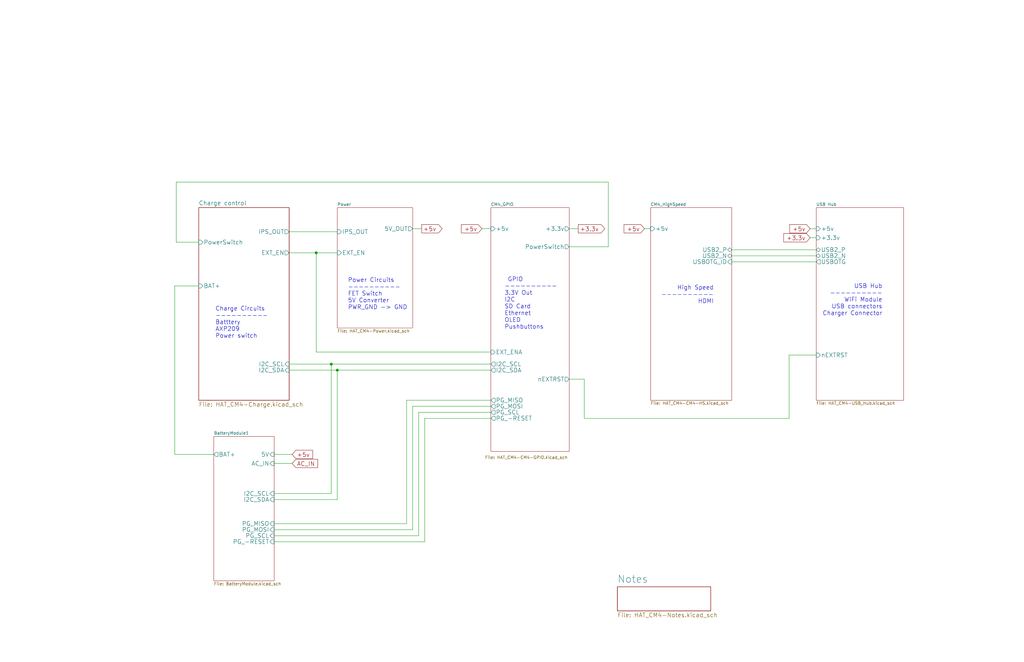
<source format=kicad_sch>
(kicad_sch (version 20210406) (generator eeschema)
  (paper "B")
  (title_block (title "ConnectBox HAT using RPi CM4") (date "2021-07-22") (rev "1.3") (comment 1 "JRA"))
  (lib_symbols)
  (junction (at 133.35 106.68) (diameter 1.016))
  (junction (at 139.7 153.67) (diameter 1.016))
  (junction (at 142.24 156.21) (diameter 1.016))
  (wire (pts (xy 73.66 120.65) (xy 83.82 120.65)))
  (wire (pts (xy 73.66 191.77) (xy 73.66 120.65)))
  (wire (pts (xy 74.295 76.835) (xy 256.54 76.835)))
  (wire (pts (xy 74.295 102.235) (xy 74.295 76.835)))
  (wire (pts (xy 83.82 102.235) (xy 74.295 102.235)))
  (wire (pts (xy 90.17 191.77) (xy 73.66 191.77)))
  (wire (pts (xy 115.57 191.77) (xy 123.19 191.77)))
  (wire (pts (xy 115.57 195.58) (xy 123.19 195.58)))
  (wire (pts (xy 115.57 223.52) (xy 173.99 223.52)))
  (wire (pts (xy 115.57 228.6) (xy 179.07 228.6)))
  (wire (pts (xy 121.92 97.79) (xy 142.24 97.79)))
  (wire (pts (xy 121.92 106.68) (xy 133.35 106.68)))
  (wire (pts (xy 121.92 153.67) (xy 139.7 153.67)))
  (wire (pts (xy 121.92 156.21) (xy 142.24 156.21)))
  (wire (pts (xy 133.35 106.68) (xy 133.35 148.59)))
  (wire (pts (xy 133.35 106.68) (xy 142.24 106.68)))
  (wire (pts (xy 139.7 153.67) (xy 139.7 208.28)))
  (wire (pts (xy 139.7 153.67) (xy 207.01 153.67)))
  (wire (pts (xy 139.7 208.28) (xy 115.57 208.28)))
  (wire (pts (xy 142.24 156.21) (xy 142.24 210.82)))
  (wire (pts (xy 142.24 156.21) (xy 207.01 156.21)))
  (wire (pts (xy 142.24 210.82) (xy 115.57 210.82)))
  (wire (pts (xy 171.45 168.91) (xy 171.45 220.98)))
  (wire (pts (xy 171.45 220.98) (xy 115.57 220.98)))
  (wire (pts (xy 173.99 96.52) (xy 177.8 96.52)))
  (wire (pts (xy 173.99 171.45) (xy 207.01 171.45)))
  (wire (pts (xy 173.99 223.52) (xy 173.99 171.45)))
  (wire (pts (xy 176.53 173.99) (xy 176.53 226.06)))
  (wire (pts (xy 176.53 226.06) (xy 115.57 226.06)))
  (wire (pts (xy 179.07 176.53) (xy 207.01 176.53)))
  (wire (pts (xy 179.07 228.6) (xy 179.07 176.53)))
  (wire (pts (xy 203.2 96.52) (xy 207.01 96.52)))
  (wire (pts (xy 207.01 148.59) (xy 133.35 148.59)))
  (wire (pts (xy 207.01 168.91) (xy 171.45 168.91)))
  (wire (pts (xy 207.01 173.99) (xy 176.53 173.99)))
  (wire (pts (xy 240.03 96.52) (xy 243.84 96.52)))
  (wire (pts (xy 240.03 160.02) (xy 246.38 160.02)))
  (wire (pts (xy 246.38 160.02) (xy 246.38 176.53)))
  (wire (pts (xy 246.38 176.53) (xy 332.74 176.53)))
  (wire (pts (xy 256.54 76.835) (xy 256.54 104.14)))
  (wire (pts (xy 256.54 104.14) (xy 240.03 104.14)))
  (wire (pts (xy 271.78 96.52) (xy 274.32 96.52)))
  (wire (pts (xy 308.61 105.41) (xy 344.17 105.41)))
  (wire (pts (xy 308.61 107.95) (xy 344.17 107.95)))
  (wire (pts (xy 308.61 110.49) (xy 344.17 110.49)))
  (wire (pts (xy 332.74 149.86) (xy 344.17 149.86)))
  (wire (pts (xy 332.74 176.53) (xy 332.74 149.86)))
  (wire (pts (xy 341.63 96.52) (xy 344.17 96.52)))
  (wire (pts (xy 341.63 100.33) (xy 344.17 100.33)))
  (text "Charge Circuits\n----------\nBatttery\nAXP209\nPower switch" (at 90.805 142.875 0) (effects (font (size 1.778 1.778)) (justify left bottom)))
  (text "Power Circuits\n----------\nFET Switch\n5V Converter\nPWR_GND -> GND\n" (at 146.685 130.81 0) (effects (font (size 1.778 1.778)) (justify left bottom)))
  (text " GPIO\n----------\n3.3V Out\nI2C\nSD Card\nEthernet\nOLED\nPushbuttons\n" (at 212.725 139.065 0) (effects (font (size 1.778 1.778)) (justify left bottom)))
  (text "High Speed\n----------\nHDMI\n" (at 300.99 128.27 180) (effects (font (size 1.778 1.778)) (justify right bottom)))
  (text "USB Hub\n----------\nWiFi Module\nUSB connectors\nCharger Connector\n" (at 372.11 133.35 0) (effects (font (size 1.778 1.778)) (justify right bottom)))
  (global_label "+5v" (shape input) (at 123.19 191.77 0) (effects (font (size 1.778 1.778))) (property "Intersheet References" "${INTERSHEET_REFS}" (effects hide)))
  (global_label "AC_IN" (shape input) (at 123.19 195.58 0) (effects (font (size 1.778 1.778))) (property "Intersheet References" "${INTERSHEET_REFS}" (effects hide)))
  (global_label "+5v" (shape output) (at 177.8 96.52 0) (effects (font (size 1.778 1.778))) (property "Intersheet References" "${INTERSHEET_REFS}" (effects hide)))
  (global_label "+5v" (shape input) (at 203.2 96.52 180) (effects (font (size 1.778 1.778))) (property "Intersheet References" "${INTERSHEET_REFS}" (effects hide)))
  (global_label "+3.3v" (shape output) (at 243.84 96.52 0) (effects (font (size 1.778 1.778))) (property "Intersheet References" "${INTERSHEET_REFS}" (effects hide)))
  (global_label "+5v" (shape input) (at 271.78 96.52 180) (effects (font (size 1.778 1.778))) (property "Intersheet References" "${INTERSHEET_REFS}" (effects hide)))
  (global_label "+5v" (shape input) (at 341.63 96.52 180) (effects (font (size 1.778 1.778))) (property "Intersheet References" "${INTERSHEET_REFS}" (effects hide)))
  (global_label "+3.3v" (shape input) (at 341.63 100.33 180) (effects (font (size 1.778 1.778))) (property "Intersheet References" "${INTERSHEET_REFS}" (effects hide)))
  (sheet (at 90.17 184.15) (size 25.4 60.96) (stroke (width 0.0006))
    (property "Sheet name" "BatteryModule1" (at 90.17 183.5143 0) (effects (justify left bottom)))
    (property "Sheet file" "BatteryModule.kicad_sch" (at 90.17 245.6187 0) (effects (justify left top)))
    (pin "PG_MOSI" input (at 115.57 223.52 0) (effects (font (size 1.778 1.778))))
    (pin "5V" input (at 115.57 191.77 0) (effects (font (size 1.778 1.778))))
    (pin "BAT+" output (at 90.17 191.77 180) (effects (font (size 1.778 1.778))))
    (pin "PG_MISO" input (at 115.57 220.98 0) (effects (font (size 1.778 1.778))))
    (pin "I2C_SDA" input (at 115.57 210.82 0) (effects (font (size 1.778 1.778))))
    (pin "I2C_SCL" input (at 115.57 208.28 0) (effects (font (size 1.778 1.778))))
    (pin "PG_SCL" input (at 115.57 226.06 0) (effects (font (size 1.778 1.778))))
    (pin "PG_-RESET" input (at 115.57 228.6 0) (effects (font (size 1.778 1.778))))
    (pin "AC_IN" input (at 115.57 195.58 0) (effects (font (size 1.778 1.778))))
  )
  (sheet (at 207.01 87.63) (size 33.02 102.87) (stroke (width 0.0006))
    (property "Sheet name" "CM4_GPIO" (at 207.01 86.9943 0) (effects (justify left bottom)))
    (property "Sheet file" "HAT_CM4-CM4-GPIO.kicad_sch" (at 204.47 192.2787 0) (effects (justify left top)))
    (pin "I2C_SCL" output (at 207.01 153.67 180) (effects (font (size 1.778 1.778))))
    (pin "I2C_SDA" output (at 207.01 156.21 180) (effects (font (size 1.778 1.778))))
    (pin "+3.3v" output (at 240.03 96.52 0) (effects (font (size 1.778 1.778))))
    (pin "nEXTRST" output (at 240.03 160.02 0) (effects (font (size 1.778 1.778))))
    (pin "+5v" input (at 207.01 96.52 180) (effects (font (size 1.778 1.778))))
    (pin "PowerSwitch" output (at 240.03 104.14 0) (effects (font (size 1.778 1.778))))
    (pin "PG_MOSI" output (at 207.01 171.45 180) (effects (font (size 1.778 1.778))))
    (pin "PG_MISO" output (at 207.01 168.91 180) (effects (font (size 1.778 1.778))))
    (pin "PG_SCL" output (at 207.01 173.99 180) (effects (font (size 1.778 1.778))))
    (pin "PG_-RESET" output (at 207.01 176.53 180) (effects (font (size 1.778 1.778))))
    (pin "EXT_ENA" input (at 207.01 148.59 180) (effects (font (size 1.778 1.778))))
  )
  (sheet (at 274.32 87.63) (size 34.29 81.28) (stroke (width 0.0006))
    (property "Sheet name" "CM4_HighSpeed" (at 274.32 86.9943 0) (effects (justify left bottom)))
    (property "Sheet file" "HAT_CM4-CM4-HS.kicad_sch" (at 274.32 169.4187 0) (effects (justify left top)))
    (pin "USBOTG_ID" input (at 308.61 110.49 0) (effects (font (size 1.778 1.778))))
    (pin "USB2_N" bidirectional (at 308.61 107.95 0) (effects (font (size 1.778 1.778))))
    (pin "USB2_P" bidirectional (at 308.61 105.41 0) (effects (font (size 1.778 1.778))))
    (pin "+5v" input (at 274.32 96.52 180) (effects (font (size 1.778 1.778))))
  )
  (sheet (at 83.82 87.63) (size 38.1 81.28)
    (property "Sheet name" "Charge control" (at 83.82 86.7405 0) (effects (font (size 1.778 1.778)) (justify left bottom)))
    (property "Sheet file" "HAT_CM4-Charge.kicad_sch" (at 83.82 169.6217 0) (effects (font (size 1.778 1.778)) (justify left top)))
    (pin "IPS_OUT" output (at 121.92 97.79 0) (effects (font (size 1.778 1.778))))
    (pin "EXT_EN" output (at 121.92 106.68 0) (effects (font (size 1.778 1.778))))
    (pin "I2C_SCL" input (at 121.92 153.67 0) (effects (font (size 1.778 1.778))))
    (pin "I2C_SDA" input (at 121.92 156.21 0) (effects (font (size 1.778 1.778))))
    (pin "PowerSwitch" input (at 83.82 102.235 180) (effects (font (size 1.778 1.778))))
    (pin "BAT+" input (at 83.82 120.65 180) (effects (font (size 1.778 1.778))))
  )
  (sheet (at 260.35 247.65) (size 39.37 10.16)
    (property "Sheet name" "Notes" (at 260.35 246.1255 0) (effects (font (size 3.048 3.048)) (justify left bottom)))
    (property "Sheet file" "HAT_CM4-Notes.kicad_sch" (at 260.35 258.5217 0) (effects (font (size 1.778 1.778)) (justify left top)))
  )
  (sheet (at 142.24 87.63) (size 31.75 50.8) (stroke (width 0.0006))
    (property "Sheet name" "Power" (at 142.24 86.9943 0) (effects (justify left bottom)))
    (property "Sheet file" "HAT_CM4-Power.kicad_sch" (at 142.24 138.9387 0) (effects (justify left top)))
    (pin "5V_OUT" output (at 173.99 96.52 0) (effects (font (size 1.778 1.778))))
    (pin "IPS_OUT" input (at 142.24 97.79 180) (effects (font (size 1.778 1.778))))
    (pin "EXT_EN" input (at 142.24 106.68 180) (effects (font (size 1.778 1.778))))
  )
  (sheet (at 344.17 87.63) (size 36.83 81.28) (stroke (width 0.0006))
    (property "Sheet name" "USB Hub" (at 344.17 86.9943 0) (effects (justify left bottom)))
    (property "Sheet file" "HAT_CM4-USB_Hub.kicad_sch" (at 344.17 169.4187 0) (effects (justify left top)))
    (pin "+5v" input (at 344.17 96.52 180) (effects (font (size 1.778 1.778))))
    (pin "USB2_P" bidirectional (at 344.17 105.41 180) (effects (font (size 1.778 1.778))))
    (pin "USB2_N" bidirectional (at 344.17 107.95 180) (effects (font (size 1.778 1.778))))
    (pin "+3.3v" input (at 344.17 100.33 180) (effects (font (size 1.778 1.778))))
    (pin "nEXTRST" input (at 344.17 149.86 180) (effects (font (size 1.778 1.778))))
    (pin "USBOTG" output (at 344.17 110.49 180) (effects (font (size 1.778 1.778))))
  )
)
</source>
